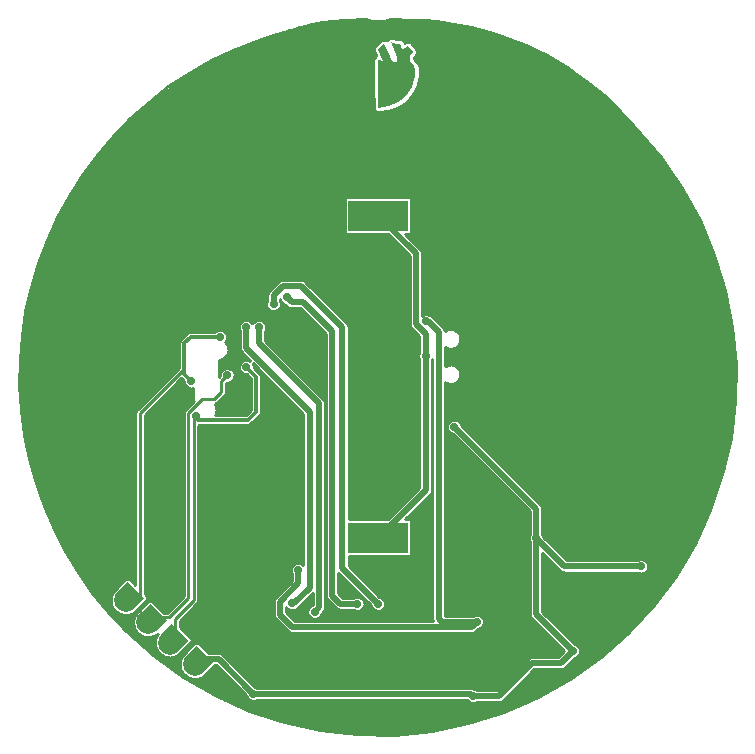
<source format=gbl>
G04 DipTrace 2.4.0.2*
%INpeace.gbl*%
%MOMM*%
%ADD14C,0.254*%
%ADD15C,0.508*%
%ADD16C,0.305*%
%ADD26C,0.711*%
%ADD37R,5.08X2.6*%
%ADD38R,5.08X8.0*%
%ADD44C,2.0*%
%ADD46C,0.711*%
%FSLAX53Y53*%
G04*
G71*
G90*
G75*
G01*
%LNBottom*%
%LPD*%
X34384Y24747D2*
D15*
Y23626D1*
X32842Y22083D1*
Y20960D1*
X33866Y19936D1*
X49067D1*
X49504Y20373D1*
X45246Y45795D2*
X45404D1*
X46277Y44923D1*
Y20636D1*
X46539Y20373D1*
X49504D1*
X25622Y16761D2*
X26064Y17203D1*
X27656D1*
X30597Y14262D1*
X49003D1*
X49164Y14101D1*
X51431D1*
X54179Y16849D1*
X56604D1*
X57660Y17906D1*
X54555Y27435D2*
Y21011D1*
X57660Y17906D1*
X63410Y25053D2*
X56937D1*
X54555Y27435D1*
Y29923D1*
X47612Y36866D1*
X18037Y24340D2*
Y25834D1*
X15521Y28351D1*
X33306Y45488D2*
Y44588D1*
Y43688D1*
X34206D1*
X35106D1*
Y44588D1*
Y45488D1*
X34206D1*
Y44588D1*
X28228Y42407D2*
Y42572D1*
X28671Y43016D1*
Y45248D1*
X29553Y46129D1*
X31765D1*
X33306Y44588D1*
X18479Y24782D2*
X18037Y24340D1*
X41159Y41123D2*
Y43605D1*
X35059Y49705D1*
X32697D1*
X29765Y46773D1*
Y46341D1*
X29553Y46129D1*
X47399Y39085D2*
Y39225D1*
X48520Y40346D1*
Y37964D1*
X53330Y33154D1*
X34113Y37048D2*
Y35567D1*
X27649Y29103D1*
X25752Y37766D2*
D16*
X25699D1*
X26008Y37457D1*
X30128D1*
X30805Y38135D1*
Y41130D1*
X30013Y41923D1*
X23962Y19042D2*
D14*
Y20622D1*
X25555Y22215D1*
Y37814D1*
X25850D1*
Y37457D1*
X26008D1*
X23520Y18601D2*
D15*
X23962Y19042D1*
X27757Y44495D2*
D16*
X25284D1*
X24742Y43953D1*
Y41326D1*
X25340Y40728D1*
X20217Y22619D2*
D14*
X21006D1*
Y38024D1*
X24679Y41696D1*
Y41429D1*
X24987Y41120D1*
X24948D1*
X25340Y40728D1*
X19775Y22177D2*
D15*
X20217Y22619D1*
X22122Y20750D2*
D14*
X23448D1*
X25084Y22386D1*
Y38021D1*
X26271Y39207D1*
X27281D1*
X27873Y39799D1*
Y40722D1*
X28388Y41236D1*
X21680Y20308D2*
D15*
X22122Y20750D1*
X32306Y47267D2*
Y48036D1*
X33077Y48807D1*
X34639D1*
X38142Y45305D1*
Y24898D1*
X41142Y21898D1*
X39391D2*
X37966D1*
X37280Y22584D1*
Y44945D1*
X34801Y47424D1*
X33827D1*
X33425Y47826D1*
X45177Y42863D2*
Y31501D1*
X41159Y27483D1*
X45177Y42863D2*
Y44739D1*
X44353Y45563D1*
Y51569D1*
X41159Y54763D1*
X29979Y45319D2*
Y43538D1*
X35356Y38160D1*
Y23240D1*
X34074Y21957D1*
X33856D1*
X31065Y45342D2*
Y43937D1*
X36148Y38854D1*
Y21583D1*
X35777Y21212D1*
D46*
X25752Y37766D3*
X25340Y40728D3*
X27757Y44495D3*
X30013Y41923D3*
X15521Y28351D3*
X49504Y20373D3*
X45177Y42863D3*
X45246Y45795D3*
X32306Y47267D3*
X33425Y47826D3*
X39391Y21898D3*
X41142D3*
X31065Y45342D3*
X29979Y45319D3*
X28388Y41236D3*
X28228Y42407D3*
X30597Y14262D3*
X49164Y14101D3*
X57660Y17906D3*
X54555Y27435D3*
X63410Y25053D3*
X47612Y36866D3*
X42827Y39798D3*
X47399Y39085D3*
X48520Y40346D3*
X53330Y33154D3*
X27649Y29103D3*
X34113Y37048D3*
X33856Y21957D3*
X35777Y21212D3*
X34384Y24747D3*
X36934Y71184D2*
D14*
X46333D1*
X35450Y70933D2*
X48008D1*
X34402Y70683D2*
X49182D1*
X33537Y70432D2*
X50159D1*
X32763Y70181D2*
X51004D1*
X31977Y69931D2*
X51762D1*
X31191Y69680D2*
X41928D1*
X43141D2*
X52437D1*
X30493Y69429D2*
X41158D1*
X43923D2*
X53064D1*
X29862Y69179D2*
X40939D1*
X44145D2*
X53659D1*
X29231Y68928D2*
X40769D1*
X44352D2*
X54195D1*
X28651Y68677D2*
X40777D1*
X44491D2*
X54715D1*
X28131Y68427D2*
X40876D1*
X44447D2*
X55203D1*
X27608Y68176D2*
X40860D1*
X44268D2*
X55663D1*
X27088Y67925D2*
X40745D1*
X44316D2*
X56108D1*
X26635Y67675D2*
X40745D1*
X44558D2*
X56529D1*
X26195Y67424D2*
X40745D1*
X44657D2*
X56933D1*
X25754Y67173D2*
X40745D1*
X44733D2*
X57322D1*
X25310Y66923D2*
X40745D1*
X44725D2*
X57695D1*
X24917Y66672D2*
X40745D1*
X44709D2*
X58057D1*
X24540Y66421D2*
X40745D1*
X44657D2*
X58402D1*
X24163Y66171D2*
X40745D1*
X44606D2*
X58743D1*
X23786Y65920D2*
X40745D1*
X44554D2*
X59057D1*
X23413Y65669D2*
X40745D1*
X44463D2*
X59374D1*
X23087Y65419D2*
X40745D1*
X44348D2*
X59676D1*
X22762Y65168D2*
X40745D1*
X44209D2*
X59969D1*
X22436Y64917D2*
X40745D1*
X44066D2*
X60259D1*
X22111Y64667D2*
X40745D1*
X43840D2*
X60533D1*
X21785Y64416D2*
X40745D1*
X43590D2*
X60803D1*
X21500Y64165D2*
X40745D1*
X43280D2*
X61065D1*
X21218Y63915D2*
X40745D1*
X42863D2*
X61315D1*
X20936Y63664D2*
X40820D1*
X42240D2*
X61565D1*
X20650Y63413D2*
X61803D1*
X20369Y63163D2*
X62037D1*
X20103Y62912D2*
X62267D1*
X19857Y62661D2*
X62486D1*
X19610Y62411D2*
X62700D1*
X19364Y62160D2*
X62914D1*
X19118Y61909D2*
X63133D1*
X18872Y61659D2*
X63351D1*
X18642Y61408D2*
X63565D1*
X18428Y61157D2*
X63783D1*
X18213Y60907D2*
X63998D1*
X17999Y60656D2*
X64216D1*
X17785Y60405D2*
X64434D1*
X17571Y60155D2*
X64649D1*
X17360Y59904D2*
X64867D1*
X17174Y59653D2*
X65077D1*
X16987Y59403D2*
X65252D1*
X16805Y59152D2*
X65427D1*
X16618Y58901D2*
X65601D1*
X16432Y58651D2*
X65776D1*
X16249Y58400D2*
X65950D1*
X16070Y58149D2*
X66125D1*
X15912Y57899D2*
X66300D1*
X15753Y57648D2*
X66474D1*
X15590Y57397D2*
X66649D1*
X15431Y57147D2*
X66824D1*
X15273Y56896D2*
X66970D1*
X15114Y56645D2*
X67109D1*
X14959Y56395D2*
X67248D1*
X14824Y56144D2*
X38332D1*
X43991D2*
X67387D1*
X14685Y55893D2*
X38332D1*
X43991D2*
X67526D1*
X14550Y55643D2*
X38332D1*
X43991D2*
X67661D1*
X14415Y55392D2*
X38332D1*
X43991D2*
X67800D1*
X14280Y55141D2*
X38332D1*
X43991D2*
X67939D1*
X14142Y54891D2*
X38332D1*
X43991D2*
X68078D1*
X14007Y54640D2*
X38332D1*
X43991D2*
X68217D1*
X13888Y54389D2*
X38332D1*
X43991D2*
X68355D1*
X13776Y54139D2*
X38332D1*
X43991D2*
X68467D1*
X13661Y53888D2*
X38332D1*
X43991D2*
X68574D1*
X13546Y53637D2*
X38332D1*
X43991D2*
X68681D1*
X13431Y53387D2*
X38332D1*
X43991D2*
X68784D1*
X13316Y53136D2*
X42027D1*
X43542D2*
X68891D1*
X13205Y52885D2*
X42281D1*
X43796D2*
X68998D1*
X13094Y52635D2*
X42531D1*
X44046D2*
X69106D1*
X12999Y52384D2*
X42781D1*
X44296D2*
X69209D1*
X12907Y52133D2*
X43031D1*
X44546D2*
X69316D1*
X12812Y51883D2*
X43281D1*
X44792D2*
X69423D1*
X12717Y51632D2*
X43531D1*
X44891D2*
X69530D1*
X12625Y51381D2*
X43785D1*
X44895D2*
X69629D1*
X12530Y51131D2*
X43809D1*
X44895D2*
X69705D1*
X12435Y50880D2*
X43809D1*
X44895D2*
X69780D1*
X12352Y50629D2*
X43809D1*
X44895D2*
X69860D1*
X12276Y50379D2*
X43809D1*
X44895D2*
X69935D1*
X12201Y50128D2*
X43809D1*
X44895D2*
X70010D1*
X12125Y49877D2*
X43809D1*
X44895D2*
X70090D1*
X12054Y49627D2*
X43809D1*
X44895D2*
X70165D1*
X11979Y49376D2*
X43809D1*
X44895D2*
X70241D1*
X11903Y49125D2*
X32637D1*
X35081D2*
X43809D1*
X44895D2*
X70320D1*
X11828Y48875D2*
X32387D1*
X35331D2*
X43809D1*
X44895D2*
X70395D1*
X11760Y48624D2*
X32137D1*
X35581D2*
X43809D1*
X44895D2*
X70471D1*
X11705Y48373D2*
X31887D1*
X35831D2*
X43809D1*
X44895D2*
X70542D1*
X11649Y48123D2*
X31772D1*
X36081D2*
X43809D1*
X44895D2*
X70590D1*
X11594Y47872D2*
X31764D1*
X36331D2*
X43809D1*
X44895D2*
X70641D1*
X11538Y47621D2*
X31764D1*
X36585D2*
X43809D1*
X44895D2*
X70689D1*
X11482Y47371D2*
X31668D1*
X36835D2*
X43809D1*
X44895D2*
X70737D1*
X11427Y47120D2*
X31680D1*
X32934D2*
X33371D1*
X37085D2*
X43809D1*
X44895D2*
X70788D1*
X11371Y46869D2*
X31803D1*
X32807D2*
X34597D1*
X37335D2*
X43809D1*
X44895D2*
X70836D1*
X11320Y46619D2*
X34847D1*
X37585D2*
X43809D1*
X44895D2*
X70884D1*
X11280Y46368D2*
X35097D1*
X37835D2*
X43809D1*
X45507D2*
X70931D1*
X11244Y46117D2*
X35351D1*
X38085D2*
X43809D1*
X45840D2*
X70983D1*
X11205Y45867D2*
X29664D1*
X30294D2*
X30712D1*
X31418D2*
X35601D1*
X38339D2*
X43809D1*
X46090D2*
X71030D1*
X11165Y45616D2*
X29410D1*
X31648D2*
X35851D1*
X38581D2*
X43809D1*
X46340D2*
X71078D1*
X11129Y45365D2*
X29335D1*
X31711D2*
X36101D1*
X38680D2*
X43848D1*
X46590D2*
X71130D1*
X11090Y45115D2*
X29366D1*
X31668D2*
X36351D1*
X38684D2*
X44043D1*
X46785D2*
X46988D1*
X47594D2*
X71153D1*
X11054Y44864D2*
X25068D1*
X28278D2*
X29434D1*
X31608D2*
X36601D1*
X38684D2*
X44293D1*
X47955D2*
X71177D1*
X11014Y44613D2*
X24787D1*
X28389D2*
X29434D1*
X31608D2*
X36736D1*
X38684D2*
X44543D1*
X48102D2*
X71197D1*
X10994Y44363D2*
X24536D1*
X28389D2*
X29434D1*
X31608D2*
X36736D1*
X38684D2*
X44634D1*
X48154D2*
X71221D1*
X10974Y44112D2*
X24334D1*
X28270D2*
X29434D1*
X31648D2*
X36736D1*
X38684D2*
X44634D1*
X48130D2*
X71245D1*
X10955Y43861D2*
X24302D1*
X28373D2*
X29434D1*
X31898D2*
X36736D1*
X38684D2*
X44634D1*
X48019D2*
X71265D1*
X10935Y43611D2*
X24302D1*
X28493D2*
X29434D1*
X32148D2*
X36736D1*
X38684D2*
X44634D1*
X47765D2*
X71288D1*
X10915Y43360D2*
X24302D1*
X28524D2*
X29466D1*
X32398D2*
X36736D1*
X38684D2*
X44634D1*
X46820D2*
X71308D1*
X10895Y43109D2*
X24302D1*
X28481D2*
X29648D1*
X32652D2*
X36736D1*
X38684D2*
X44583D1*
X46820D2*
X71332D1*
X10871Y42859D2*
X24302D1*
X28350D2*
X29902D1*
X32902D2*
X36736D1*
X38684D2*
X44531D1*
X46820D2*
X71356D1*
X10851Y42608D2*
X24302D1*
X28056D2*
X30152D1*
X33152D2*
X36736D1*
X38684D2*
X44587D1*
X46820D2*
X71376D1*
X10844Y42357D2*
X24302D1*
X27675D2*
X29545D1*
X33402D2*
X36736D1*
X38684D2*
X44634D1*
X46820D2*
X71399D1*
X10840Y42107D2*
X24302D1*
X27675D2*
X29398D1*
X33652D2*
X36736D1*
X38684D2*
X44634D1*
X46820D2*
X46963D1*
X47614D2*
X71411D1*
X10836Y41856D2*
X24263D1*
X27675D2*
X29370D1*
X30695D2*
X30902D1*
X33902D2*
X36736D1*
X38684D2*
X44634D1*
X47963D2*
X71407D1*
X10836Y41605D2*
X24009D1*
X27675D2*
X27866D1*
X28909D2*
X29458D1*
X30945D2*
X31152D1*
X34156D2*
X36736D1*
X38684D2*
X44634D1*
X48106D2*
X71403D1*
X10832Y41355D2*
X23759D1*
X29020D2*
X29740D1*
X31183D2*
X31402D1*
X34406D2*
X36736D1*
X38684D2*
X44634D1*
X48154D2*
X71399D1*
X10828Y41104D2*
X23509D1*
X29016D2*
X30220D1*
X31247D2*
X31656D1*
X34656D2*
X36736D1*
X38684D2*
X44634D1*
X48126D2*
X71396D1*
X10828Y40853D2*
X23259D1*
X24413D2*
X24602D1*
X28901D2*
X30363D1*
X31247D2*
X31906D1*
X34906D2*
X36736D1*
X38684D2*
X44634D1*
X48015D2*
X71392D1*
X10824Y40603D2*
X23009D1*
X24163D2*
X24707D1*
X28334D2*
X30363D1*
X31247D2*
X32156D1*
X35156D2*
X36736D1*
X38684D2*
X44634D1*
X47753D2*
X71388D1*
X10824Y40352D2*
X22758D1*
X23913D2*
X24822D1*
X28290D2*
X30363D1*
X31247D2*
X32407D1*
X35406D2*
X36736D1*
X38684D2*
X44634D1*
X46820D2*
X71384D1*
X10840Y40101D2*
X22504D1*
X23663D2*
X25477D1*
X28290D2*
X30363D1*
X31247D2*
X32657D1*
X35660D2*
X36736D1*
X38684D2*
X44634D1*
X46820D2*
X71380D1*
X10851Y39851D2*
X22254D1*
X23413D2*
X25477D1*
X28290D2*
X30363D1*
X31247D2*
X32907D1*
X35910D2*
X36736D1*
X38684D2*
X44634D1*
X46820D2*
X71376D1*
X10867Y39600D2*
X22004D1*
X23163D2*
X25477D1*
X28235D2*
X30363D1*
X31247D2*
X33161D1*
X36160D2*
X36736D1*
X38684D2*
X44634D1*
X46820D2*
X71372D1*
X10883Y39349D2*
X21754D1*
X22909D2*
X25477D1*
X28000D2*
X30363D1*
X31247D2*
X33411D1*
X36410D2*
X36736D1*
X38684D2*
X44634D1*
X46820D2*
X71368D1*
X10899Y39099D2*
X21504D1*
X22658D2*
X25477D1*
X27750D2*
X30363D1*
X31247D2*
X33661D1*
X38684D2*
X44634D1*
X46820D2*
X71364D1*
X10911Y38848D2*
X21254D1*
X22408D2*
X25334D1*
X27461D2*
X30363D1*
X31247D2*
X33911D1*
X38684D2*
X44634D1*
X46820D2*
X71340D1*
X10927Y38597D2*
X21000D1*
X22158D2*
X25084D1*
X27453D2*
X30363D1*
X31247D2*
X34161D1*
X38684D2*
X44634D1*
X46820D2*
X71312D1*
X10943Y38347D2*
X20750D1*
X21908D2*
X24830D1*
X27504D2*
X30363D1*
X31247D2*
X34411D1*
X38684D2*
X44634D1*
X46820D2*
X71280D1*
X10971Y38096D2*
X20596D1*
X21658D2*
X24675D1*
X27484D2*
X30152D1*
X31247D2*
X34665D1*
X38684D2*
X44634D1*
X46820D2*
X71253D1*
X11002Y37845D2*
X20592D1*
X21424D2*
X24667D1*
X31132D2*
X34812D1*
X38684D2*
X44634D1*
X46820D2*
X71221D1*
X11034Y37595D2*
X20592D1*
X21424D2*
X24667D1*
X30878D2*
X34812D1*
X38684D2*
X44634D1*
X46820D2*
X71189D1*
X11070Y37344D2*
X20592D1*
X21424D2*
X24667D1*
X30628D2*
X34812D1*
X38684D2*
X44634D1*
X46820D2*
X47194D1*
X48031D2*
X71161D1*
X11101Y37093D2*
X20592D1*
X21424D2*
X24667D1*
X30354D2*
X34812D1*
X38684D2*
X44634D1*
X46820D2*
X47012D1*
X48213D2*
X71130D1*
X11133Y36843D2*
X20592D1*
X21424D2*
X24667D1*
X25972D2*
X34812D1*
X38684D2*
X44634D1*
X46820D2*
X46968D1*
X48392D2*
X71102D1*
X11165Y36592D2*
X20592D1*
X21424D2*
X24667D1*
X25972D2*
X34812D1*
X38684D2*
X44634D1*
X46820D2*
X47031D1*
X48642D2*
X71070D1*
X11197Y36341D2*
X20592D1*
X21424D2*
X24667D1*
X25972D2*
X34812D1*
X38684D2*
X44634D1*
X46820D2*
X47258D1*
X48896D2*
X71038D1*
X11240Y36091D2*
X20592D1*
X21424D2*
X24667D1*
X25972D2*
X34812D1*
X38684D2*
X44634D1*
X46820D2*
X47631D1*
X49146D2*
X71011D1*
X11288Y35840D2*
X20592D1*
X21424D2*
X24667D1*
X25972D2*
X34812D1*
X38684D2*
X44634D1*
X46820D2*
X47881D1*
X49396D2*
X70971D1*
X11340Y35589D2*
X20592D1*
X21424D2*
X24667D1*
X25972D2*
X34812D1*
X38684D2*
X44634D1*
X46820D2*
X48131D1*
X49646D2*
X70915D1*
X11391Y35339D2*
X20592D1*
X21424D2*
X24667D1*
X25972D2*
X34812D1*
X38684D2*
X44634D1*
X46820D2*
X48381D1*
X49896D2*
X70860D1*
X11439Y35088D2*
X20592D1*
X21424D2*
X24667D1*
X25972D2*
X34812D1*
X38684D2*
X44634D1*
X46820D2*
X48631D1*
X50146D2*
X70800D1*
X11490Y34837D2*
X20592D1*
X21424D2*
X24667D1*
X25972D2*
X34812D1*
X38684D2*
X44634D1*
X46820D2*
X48885D1*
X50400D2*
X70745D1*
X11542Y34587D2*
X20592D1*
X21424D2*
X24667D1*
X25972D2*
X34812D1*
X38684D2*
X44634D1*
X46820D2*
X49135D1*
X50650D2*
X70685D1*
X11590Y34336D2*
X20592D1*
X21424D2*
X24667D1*
X25972D2*
X34812D1*
X38684D2*
X44634D1*
X46820D2*
X49385D1*
X50900D2*
X70630D1*
X11645Y34085D2*
X20592D1*
X21424D2*
X24667D1*
X25972D2*
X34812D1*
X38684D2*
X44634D1*
X46820D2*
X49635D1*
X51150D2*
X70574D1*
X11717Y33835D2*
X20592D1*
X21424D2*
X24667D1*
X25972D2*
X34812D1*
X38684D2*
X44634D1*
X46820D2*
X49885D1*
X51400D2*
X70514D1*
X11784Y33584D2*
X20592D1*
X21424D2*
X24667D1*
X25972D2*
X34812D1*
X38684D2*
X44634D1*
X46820D2*
X50135D1*
X51650D2*
X70459D1*
X11852Y33333D2*
X20592D1*
X21424D2*
X24667D1*
X25972D2*
X34812D1*
X38684D2*
X44634D1*
X46820D2*
X50385D1*
X51904D2*
X70403D1*
X11919Y33083D2*
X20592D1*
X21424D2*
X24667D1*
X25972D2*
X34812D1*
X38684D2*
X44634D1*
X46820D2*
X50639D1*
X52154D2*
X70344D1*
X11990Y32832D2*
X20592D1*
X21424D2*
X24667D1*
X25972D2*
X34812D1*
X38684D2*
X44634D1*
X46820D2*
X50889D1*
X52404D2*
X70288D1*
X12058Y32581D2*
X20592D1*
X21424D2*
X24667D1*
X25972D2*
X34812D1*
X38684D2*
X44634D1*
X46820D2*
X51139D1*
X52654D2*
X70201D1*
X12125Y32331D2*
X20592D1*
X21424D2*
X24667D1*
X25972D2*
X34812D1*
X38684D2*
X44634D1*
X46820D2*
X51389D1*
X52904D2*
X70118D1*
X12201Y32080D2*
X20592D1*
X21424D2*
X24667D1*
X25972D2*
X34812D1*
X38684D2*
X44634D1*
X46820D2*
X51639D1*
X53154D2*
X70030D1*
X12288Y31829D2*
X20592D1*
X21424D2*
X24667D1*
X25972D2*
X34812D1*
X38684D2*
X44634D1*
X46820D2*
X51889D1*
X53404D2*
X69947D1*
X12375Y31579D2*
X20592D1*
X21424D2*
X24667D1*
X25972D2*
X34812D1*
X38684D2*
X44499D1*
X46820D2*
X52143D1*
X53658D2*
X69860D1*
X12463Y31328D2*
X20592D1*
X21424D2*
X24667D1*
X25972D2*
X34812D1*
X38684D2*
X44245D1*
X46820D2*
X52393D1*
X53908D2*
X69776D1*
X12550Y31077D2*
X20592D1*
X21424D2*
X24667D1*
X25972D2*
X34812D1*
X38684D2*
X43995D1*
X45511D2*
X45734D1*
X46820D2*
X52643D1*
X54158D2*
X69689D1*
X12637Y30827D2*
X20592D1*
X21424D2*
X24667D1*
X25972D2*
X34812D1*
X38684D2*
X43745D1*
X45261D2*
X45734D1*
X46820D2*
X52893D1*
X54408D2*
X69606D1*
X12729Y30576D2*
X20592D1*
X21424D2*
X24667D1*
X25972D2*
X34812D1*
X38684D2*
X43495D1*
X45010D2*
X45734D1*
X46820D2*
X53143D1*
X54659D2*
X69518D1*
X12816Y30325D2*
X20592D1*
X21424D2*
X24667D1*
X25972D2*
X34812D1*
X38684D2*
X43245D1*
X44760D2*
X45734D1*
X46820D2*
X53393D1*
X54909D2*
X69435D1*
X12907Y30075D2*
X20592D1*
X21424D2*
X24667D1*
X25972D2*
X34812D1*
X38684D2*
X42995D1*
X44510D2*
X45734D1*
X46820D2*
X53647D1*
X55075D2*
X69348D1*
X13014Y29824D2*
X20592D1*
X21424D2*
X24667D1*
X25972D2*
X34812D1*
X38684D2*
X42741D1*
X44256D2*
X45734D1*
X46820D2*
X53897D1*
X55099D2*
X69260D1*
X13126Y29573D2*
X20592D1*
X21424D2*
X24667D1*
X25972D2*
X34812D1*
X38684D2*
X42491D1*
X44006D2*
X45734D1*
X46820D2*
X54012D1*
X55099D2*
X69145D1*
X13233Y29323D2*
X20592D1*
X21424D2*
X24667D1*
X25972D2*
X34812D1*
X38684D2*
X42241D1*
X43756D2*
X45734D1*
X46820D2*
X54012D1*
X55099D2*
X69030D1*
X13340Y29072D2*
X20592D1*
X21424D2*
X24667D1*
X25972D2*
X34812D1*
X38684D2*
X41991D1*
X43506D2*
X45734D1*
X46820D2*
X54012D1*
X55099D2*
X68915D1*
X13447Y28821D2*
X20592D1*
X21424D2*
X24667D1*
X25972D2*
X34812D1*
X43991D2*
X45734D1*
X46820D2*
X54012D1*
X55099D2*
X68800D1*
X13554Y28571D2*
X20592D1*
X21424D2*
X24667D1*
X25972D2*
X34812D1*
X43991D2*
X45734D1*
X46820D2*
X54012D1*
X55099D2*
X68681D1*
X13665Y28320D2*
X20592D1*
X21424D2*
X24667D1*
X25972D2*
X34812D1*
X43991D2*
X45734D1*
X46820D2*
X54012D1*
X55099D2*
X68566D1*
X13784Y28069D2*
X20592D1*
X21424D2*
X24667D1*
X25972D2*
X34812D1*
X43991D2*
X45734D1*
X46820D2*
X54012D1*
X55099D2*
X68451D1*
X13911Y27819D2*
X20592D1*
X21424D2*
X24667D1*
X25972D2*
X34812D1*
X43991D2*
X45734D1*
X46820D2*
X54012D1*
X55099D2*
X68336D1*
X14042Y27568D2*
X20592D1*
X21424D2*
X24667D1*
X25972D2*
X34812D1*
X43991D2*
X45734D1*
X46820D2*
X53925D1*
X55186D2*
X68221D1*
X14173Y27317D2*
X20592D1*
X21424D2*
X24667D1*
X25972D2*
X34812D1*
X43991D2*
X45734D1*
X46820D2*
X53921D1*
X55432D2*
X68105D1*
X14300Y27067D2*
X20592D1*
X21424D2*
X24667D1*
X25972D2*
X34812D1*
X43991D2*
X45734D1*
X46820D2*
X54012D1*
X55682D2*
X67990D1*
X14431Y26816D2*
X20592D1*
X21424D2*
X24667D1*
X25972D2*
X34812D1*
X43991D2*
X45734D1*
X46820D2*
X54012D1*
X55932D2*
X67851D1*
X14558Y26565D2*
X20592D1*
X21424D2*
X24667D1*
X25972D2*
X34812D1*
X43991D2*
X45734D1*
X46820D2*
X54012D1*
X56183D2*
X67701D1*
X14693Y26315D2*
X20592D1*
X21424D2*
X24667D1*
X25972D2*
X34812D1*
X43991D2*
X45734D1*
X46820D2*
X54012D1*
X56433D2*
X67554D1*
X14844Y26064D2*
X20592D1*
X21424D2*
X24667D1*
X25972D2*
X34812D1*
X43991D2*
X45734D1*
X46820D2*
X54012D1*
X56683D2*
X67403D1*
X14995Y25813D2*
X20592D1*
X21424D2*
X24667D1*
X25972D2*
X34812D1*
X38684D2*
X45734D1*
X46820D2*
X54012D1*
X55099D2*
X55421D1*
X56937D2*
X67256D1*
X15150Y25563D2*
X20592D1*
X21424D2*
X24667D1*
X25972D2*
X34812D1*
X38684D2*
X45734D1*
X46820D2*
X54012D1*
X55099D2*
X55671D1*
X63787D2*
X67105D1*
X15300Y25312D2*
X20592D1*
X21424D2*
X24667D1*
X25972D2*
X34105D1*
X34664D2*
X34812D1*
X38684D2*
X45734D1*
X46820D2*
X54012D1*
X55099D2*
X55921D1*
X63997D2*
X66958D1*
X15451Y25061D2*
X20592D1*
X21424D2*
X24667D1*
X25972D2*
X33823D1*
X38736D2*
X45734D1*
X46820D2*
X54012D1*
X55099D2*
X56171D1*
X64057D2*
X66808D1*
X15606Y24811D2*
X20592D1*
X21424D2*
X24667D1*
X25972D2*
X33744D1*
X38986D2*
X45734D1*
X46820D2*
X54012D1*
X55099D2*
X56421D1*
X64005D2*
X66661D1*
X15757Y24560D2*
X20592D1*
X21424D2*
X24667D1*
X25972D2*
X33768D1*
X39236D2*
X45734D1*
X46820D2*
X54012D1*
X55099D2*
X56755D1*
X63810D2*
X66510D1*
X15935Y24309D2*
X20592D1*
X21424D2*
X24667D1*
X25972D2*
X33839D1*
X37823D2*
X37975D1*
X39490D2*
X45734D1*
X46820D2*
X54012D1*
X55099D2*
X66363D1*
X16110Y24059D2*
X20592D1*
X21424D2*
X24667D1*
X25972D2*
X33839D1*
X37823D2*
X38225D1*
X39740D2*
X45734D1*
X46820D2*
X54012D1*
X55099D2*
X66181D1*
X16289Y23808D2*
X19595D1*
X20309D2*
X20592D1*
X21424D2*
X24667D1*
X25972D2*
X33807D1*
X37823D2*
X38475D1*
X39990D2*
X45734D1*
X46820D2*
X54012D1*
X55099D2*
X65994D1*
X16463Y23557D2*
X19341D1*
X21424D2*
X24667D1*
X25972D2*
X33557D1*
X37823D2*
X38725D1*
X40240D2*
X45734D1*
X46820D2*
X54012D1*
X55099D2*
X65808D1*
X16642Y23307D2*
X19091D1*
X21424D2*
X24667D1*
X25972D2*
X33307D1*
X37823D2*
X38975D1*
X40490D2*
X45734D1*
X46820D2*
X54012D1*
X55099D2*
X65621D1*
X16820Y23056D2*
X18841D1*
X21424D2*
X24667D1*
X25972D2*
X33057D1*
X37823D2*
X39225D1*
X40740D2*
X45734D1*
X46820D2*
X54012D1*
X55099D2*
X65434D1*
X16999Y22805D2*
X18655D1*
X21424D2*
X24667D1*
X25972D2*
X32807D1*
X37823D2*
X39479D1*
X40994D2*
X45734D1*
X46820D2*
X54012D1*
X55099D2*
X65248D1*
X17205Y22555D2*
X18544D1*
X21563D2*
X24667D1*
X25972D2*
X32553D1*
X35430D2*
X35605D1*
X38065D2*
X39729D1*
X41244D2*
X45734D1*
X46820D2*
X54012D1*
X55099D2*
X65061D1*
X17408Y22304D2*
X18492D1*
X21650D2*
X24425D1*
X25972D2*
X32347D1*
X35180D2*
X35605D1*
X36692D2*
X36820D1*
X41637D2*
X45734D1*
X46820D2*
X54012D1*
X55099D2*
X64875D1*
X17614Y22053D2*
X18492D1*
X21464D2*
X21612D1*
X22103D2*
X24171D1*
X25937D2*
X32299D1*
X34930D2*
X35605D1*
X36692D2*
X37054D1*
X40014D2*
X40229D1*
X41768D2*
X45734D1*
X46820D2*
X54012D1*
X55099D2*
X64688D1*
X17821Y21803D2*
X18544D1*
X21214D2*
X21361D1*
X22353D2*
X23921D1*
X25722D2*
X32299D1*
X34676D2*
X35566D1*
X36692D2*
X37304D1*
X40030D2*
X40479D1*
X41780D2*
X45734D1*
X46820D2*
X54012D1*
X55099D2*
X64502D1*
X18023Y21552D2*
X18651D1*
X20964D2*
X21111D1*
X22603D2*
X23671D1*
X25472D2*
X32299D1*
X34422D2*
X35232D1*
X36692D2*
X37554D1*
X39930D2*
X40602D1*
X41681D2*
X45734D1*
X46820D2*
X54012D1*
X55099D2*
X64280D1*
X18229Y21301D2*
X18837D1*
X20714D2*
X20861D1*
X22853D2*
X23421D1*
X25218D2*
X32299D1*
X33386D2*
X35137D1*
X36609D2*
X39197D1*
X39585D2*
X40951D1*
X41335D2*
X45734D1*
X46820D2*
X54012D1*
X55099D2*
X64045D1*
X18452Y21051D2*
X19175D1*
X20376D2*
X20631D1*
X24968D2*
X32299D1*
X33509D2*
X35153D1*
X36398D2*
X45734D1*
X46820D2*
X54012D1*
X55274D2*
X63815D1*
X18690Y20800D2*
X20492D1*
X24718D2*
X32323D1*
X33759D2*
X35288D1*
X36263D2*
X45734D1*
X49979D2*
X54056D1*
X55524D2*
X63585D1*
X18924Y20549D2*
X20413D1*
X24468D2*
X32494D1*
X34009D2*
X45742D1*
X50122D2*
X54258D1*
X55774D2*
X63355D1*
X19158Y20299D2*
X20389D1*
X24377D2*
X32744D1*
X50146D2*
X54508D1*
X56024D2*
X63125D1*
X19396Y20048D2*
X20417D1*
X24377D2*
X32998D1*
X50059D2*
X54759D1*
X56274D2*
X62894D1*
X19630Y19797D2*
X20500D1*
X24488D2*
X33248D1*
X49757D2*
X55013D1*
X56528D2*
X62664D1*
X19888Y19547D2*
X20647D1*
X24742D2*
X33498D1*
X49436D2*
X55263D1*
X56778D2*
X62430D1*
X20166Y19296D2*
X20897D1*
X24992D2*
X55513D1*
X57028D2*
X62172D1*
X20444Y19045D2*
X21596D1*
X21769D2*
X22310D1*
X25242D2*
X55763D1*
X57278D2*
X61886D1*
X20722Y18795D2*
X22247D1*
X25401D2*
X56013D1*
X57528D2*
X61605D1*
X21000Y18544D2*
X22231D1*
X25278D2*
X25592D1*
X26004D2*
X56263D1*
X57778D2*
X61319D1*
X21277Y18293D2*
X22270D1*
X25024D2*
X25342D1*
X26254D2*
X56517D1*
X58167D2*
X61033D1*
X21555Y18043D2*
X22362D1*
X24774D2*
X25092D1*
X26508D2*
X56767D1*
X58290D2*
X60751D1*
X21833Y17792D2*
X22524D1*
X24524D2*
X24838D1*
X26758D2*
X56791D1*
X58294D2*
X60466D1*
X22119Y17541D2*
X22806D1*
X24234D2*
X24604D1*
X28076D2*
X56537D1*
X58187D2*
X60180D1*
X22464Y17291D2*
X24449D1*
X28326D2*
X53885D1*
X57802D2*
X59882D1*
X22805Y17040D2*
X24362D1*
X28576D2*
X53612D1*
X57552D2*
X59529D1*
X23151Y16789D2*
X24334D1*
X28826D2*
X53362D1*
X57302D2*
X59176D1*
X23492Y16539D2*
X24354D1*
X27211D2*
X27565D1*
X29080D2*
X53111D1*
X57052D2*
X58826D1*
X23837Y16288D2*
X24425D1*
X26961D2*
X27815D1*
X29330D2*
X52861D1*
X54377D2*
X58473D1*
X24182Y16037D2*
X24560D1*
X26711D2*
X28065D1*
X29580D2*
X52611D1*
X54127D2*
X58120D1*
X24524Y15787D2*
X24790D1*
X26453D2*
X28315D1*
X29830D2*
X52357D1*
X53873D2*
X57767D1*
X24929Y15536D2*
X25287D1*
X25957D2*
X28565D1*
X30080D2*
X52107D1*
X53623D2*
X57418D1*
X25361Y15285D2*
X28815D1*
X30330D2*
X51857D1*
X53373D2*
X56977D1*
X25794Y15035D2*
X29069D1*
X30584D2*
X51607D1*
X53123D2*
X56533D1*
X26226Y14784D2*
X29319D1*
X30957D2*
X51357D1*
X52873D2*
X56092D1*
X26655Y14533D2*
X29569D1*
X52623D2*
X55648D1*
X27088Y14283D2*
X29819D1*
X52373D2*
X55203D1*
X27568Y14032D2*
X29997D1*
X52119D2*
X54762D1*
X28127Y13781D2*
X30180D1*
X51868D2*
X54215D1*
X28687Y13531D2*
X48897D1*
X49432D2*
X53639D1*
X29243Y13280D2*
X53064D1*
X29802Y13029D2*
X52488D1*
X30409Y12779D2*
X51913D1*
X31171Y12528D2*
X51175D1*
X31933Y12277D2*
X50385D1*
X32695Y12027D2*
X49591D1*
X33577Y11776D2*
X48801D1*
X34727Y11525D2*
X47599D1*
X35882Y11275D2*
X46377D1*
X37752Y11024D2*
X44599D1*
X27473Y38171D2*
X27445Y38047D1*
X27400Y37929D1*
X27367Y37870D1*
X27786Y37874D1*
X29957D1*
X30392Y38310D1*
X30389Y39659D1*
Y40957D1*
X30042Y41305D1*
X29971Y41304D1*
X29846Y41326D1*
X29728Y41372D1*
X29622Y41442D1*
X29532Y41532D1*
X29463Y41638D1*
X29416Y41756D1*
X29395Y41881D1*
X29399Y42007D1*
X29429Y42131D1*
X29484Y42245D1*
X29560Y42346D1*
X29656Y42429D1*
X29767Y42491D1*
X29888Y42530D1*
X30014Y42542D1*
X30140Y42529D1*
X30261Y42491D1*
X30333Y42450D1*
X29612Y43172D1*
X29534Y43272D1*
X29483Y43387D1*
X29460Y43538D1*
Y44979D1*
X29428Y45034D1*
X29382Y45152D1*
X29360Y45277D1*
X29365Y45404D1*
X29395Y45527D1*
X29449Y45641D1*
X29526Y45742D1*
X29621Y45825D1*
X29732Y45887D1*
X29853Y45926D1*
X29979Y45939D1*
X30105Y45926D1*
X30226Y45887D1*
X30336Y45825D1*
X30432Y45742D1*
X30513Y45630D1*
X30612Y45765D1*
X30708Y45848D1*
X30818Y45910D1*
X30939Y45949D1*
X31065Y45961D1*
X31192Y45948D1*
X31312Y45910D1*
X31423Y45848D1*
X31518Y45764D1*
X31595Y45663D1*
X31649Y45549D1*
X31679Y45426D1*
X31685Y45342D1*
X31672Y45216D1*
X31633Y45095D1*
X31581Y45002D1*
X31583Y44155D1*
X32509Y43226D1*
X36515Y39220D1*
X36593Y39120D1*
X36644Y39005D1*
X36666Y38854D1*
Y21583D1*
X36651Y21458D1*
X36605Y21339D1*
X36515Y21217D1*
X36384Y21086D1*
X36345Y20965D1*
X36283Y20854D1*
X36200Y20759D1*
X36099Y20682D1*
X35984Y20628D1*
X35861Y20598D1*
X35734Y20594D1*
X35609Y20615D1*
X35491Y20662D1*
X35385Y20731D1*
X35296Y20821D1*
X35226Y20927D1*
X35180Y21045D1*
X35158Y21170D1*
X35163Y21297D1*
X35193Y21420D1*
X35247Y21534D1*
X35324Y21635D1*
X35420Y21719D1*
X35530Y21781D1*
X35632Y21813D1*
X35630Y22778D1*
X34440Y21591D1*
X34297Y21489D1*
X34064Y21373D1*
X33941Y21343D1*
X33814Y21339D1*
X33689Y21360D1*
X33571Y21407D1*
X33465Y21476D1*
X33360Y21589D1*
Y21175D1*
X34081Y20454D1*
X45792D1*
X45760Y20614D1*
X45759Y42651D1*
X45693Y42523D1*
X45696Y40577D1*
Y31501D1*
X45680Y31375D1*
X45634Y31257D1*
X45544Y31135D1*
X43459Y29049D1*
X43963Y29047D1*
Y25919D1*
X38657D1*
X38660Y25116D1*
X40484Y23289D1*
X41269Y22504D1*
X41390Y22466D1*
X41500Y22404D1*
X41596Y22320D1*
X41672Y22219D1*
X41727Y22105D1*
X41757Y21981D1*
X41762Y21898D1*
X41749Y21772D1*
X41711Y21651D1*
X41649Y21540D1*
X41565Y21445D1*
X41464Y21368D1*
X41350Y21314D1*
X41227Y21284D1*
X41100Y21279D1*
X40975Y21301D1*
X40857Y21347D1*
X40751Y21417D1*
X40662Y21507D1*
X40592Y21613D1*
X40540Y21766D1*
X37797Y24510D1*
X37798Y22795D1*
X38182Y22414D1*
X39049Y22416D1*
X39144Y22466D1*
X39265Y22505D1*
X39391Y22517D1*
X39517Y22504D1*
X39638Y22466D1*
X39749Y22404D1*
X39844Y22320D1*
X39921Y22219D1*
X39975Y22105D1*
X40005Y21981D1*
X40011Y21898D1*
X39998Y21772D1*
X39959Y21651D1*
X39897Y21540D1*
X39814Y21445D1*
X39713Y21368D1*
X39598Y21314D1*
X39475Y21284D1*
X39348Y21279D1*
X39223Y21301D1*
X39105Y21347D1*
X39056Y21380D1*
X37966Y21379D1*
X37840Y21395D1*
X37722Y21441D1*
X37599Y21531D1*
X36913Y22217D1*
X36835Y22317D1*
X36784Y22433D1*
X36762Y22584D1*
Y44733D1*
X35207Y46285D1*
X34587Y46905D1*
X33827D1*
X33701Y46921D1*
X33583Y46966D1*
X33461Y47057D1*
X33301Y47217D1*
X33139Y47276D1*
X33033Y47345D1*
X32944Y47435D1*
X32874Y47541D1*
X32823Y47686D1*
X32824Y47603D1*
X32890Y47474D1*
X32920Y47350D1*
X32926Y47267D1*
X32913Y47140D1*
X32874Y47020D1*
X32812Y46909D1*
X32729Y46814D1*
X32628Y46737D1*
X32513Y46683D1*
X32390Y46653D1*
X32263Y46648D1*
X32138Y46670D1*
X32021Y46716D1*
X31915Y46786D1*
X31825Y46876D1*
X31755Y46982D1*
X31709Y47100D1*
X31687Y47225D1*
X31692Y47351D1*
X31722Y47474D1*
X31788Y47605D1*
Y48036D1*
X31803Y48162D1*
X31849Y48280D1*
X31939Y48402D1*
X32710Y49174D1*
X32810Y49251D1*
X32926Y49303D1*
X33077Y49325D1*
X34639D1*
X34765Y49310D1*
X34883Y49264D1*
X35006Y49174D1*
X38508Y45671D1*
X38586Y45571D1*
X38638Y45455D1*
X38660Y45305D1*
Y29045D1*
X40641Y29047D1*
X41995D1*
X43038Y30094D1*
X44657Y31714D1*
X44659Y34422D1*
Y42522D1*
X44580Y42696D1*
X44559Y42821D1*
X44563Y42948D1*
X44593Y43071D1*
X44660Y43201D1*
X44659Y44526D1*
X43987Y45196D1*
X43909Y45296D1*
X43857Y45412D1*
X43835Y45563D1*
Y51353D1*
X41991Y53198D1*
X38355Y53199D1*
Y56327D1*
X43963D1*
Y53199D1*
X43459D1*
X44719Y51936D1*
X44797Y51836D1*
X44849Y51720D1*
X44871Y51569D1*
Y46287D1*
X45000Y46364D1*
X45121Y46402D1*
X45247Y46415D1*
X45373Y46402D1*
X45494Y46363D1*
X45604Y46301D1*
X45770Y46162D1*
X46643Y45289D1*
X46721Y45189D1*
X46785Y45026D1*
X46790Y44998D1*
X46898Y45065D1*
X47014Y45116D1*
X47137Y45148D1*
X47263Y45162D1*
X47390Y45156D1*
X47514Y45132D1*
X47633Y45089D1*
X47745Y45028D1*
X47846Y44952D1*
X47935Y44861D1*
X48009Y44758D1*
X48066Y44645D1*
X48106Y44524D1*
X48131Y44321D1*
X48121Y44195D1*
X48093Y44071D1*
X48046Y43953D1*
X47982Y43843D1*
X47902Y43745D1*
X47809Y43659D1*
X47703Y43589D1*
X47588Y43535D1*
X47467Y43499D1*
X47341Y43481D1*
X47214Y43483D1*
X47089Y43504D1*
X46968Y43544D1*
X46855Y43601D1*
X46794Y43645D1*
X46795Y41998D1*
X46898Y42065D1*
X47014Y42116D1*
X47137Y42148D1*
X47263Y42162D1*
X47390Y42156D1*
X47514Y42132D1*
X47633Y42089D1*
X47745Y42028D1*
X47846Y41952D1*
X47935Y41861D1*
X48009Y41758D1*
X48066Y41645D1*
X48106Y41524D1*
X48131Y41321D1*
X48121Y41195D1*
X48093Y41071D1*
X48046Y40953D1*
X47982Y40843D1*
X47902Y40745D1*
X47809Y40659D1*
X47703Y40589D1*
X47588Y40535D1*
X47467Y40499D1*
X47341Y40481D1*
X47214Y40483D1*
X47089Y40504D1*
X46968Y40544D1*
X46855Y40601D1*
X46794Y40645D1*
X46795Y24730D1*
Y20892D1*
X49163D1*
X49258Y20942D1*
X49379Y20980D1*
X49505Y20993D1*
X49631Y20980D1*
X49752Y20942D1*
X49862Y20879D1*
X49958Y20796D1*
X50034Y20695D1*
X50089Y20580D1*
X50118Y20457D1*
X50124Y20373D1*
X50111Y20247D1*
X50073Y20126D1*
X50011Y20016D1*
X49927Y19920D1*
X49826Y19844D1*
X49712Y19789D1*
X49631Y19770D1*
X49433Y19570D1*
X49333Y19492D1*
X49218Y19440D1*
X49067Y19418D1*
X33866D1*
X33740Y19433D1*
X33622Y19479D1*
X33500Y19570D1*
X32475Y20594D1*
X32397Y20694D1*
X32346Y20810D1*
X32324Y20960D1*
Y22083D1*
X32339Y22209D1*
X32385Y22327D1*
X32475Y22450D1*
X33865Y23839D1*
X33866Y24407D1*
X33833Y24462D1*
X33787Y24580D1*
X33766Y24705D1*
X33770Y24831D1*
X33800Y24955D1*
X33854Y25069D1*
X33931Y25170D1*
X34027Y25253D1*
X34137Y25315D1*
X34258Y25354D1*
X34384Y25366D1*
X34510Y25353D1*
X34631Y25315D1*
X34742Y25253D1*
X34840Y25166D1*
X34838Y37944D1*
X30548Y42236D1*
X30597Y42130D1*
X30627Y42006D1*
X30630Y41895D1*
X31100Y41425D1*
X31175Y41323D1*
X31220Y41169D1*
X31222Y38135D1*
X31203Y38010D1*
X31126Y37869D1*
X30422Y37163D1*
X30320Y37088D1*
X30166Y37042D1*
X26572Y37041D1*
X25970Y37043D1*
X25947Y36925D1*
Y22215D1*
X25926Y22090D1*
X25864Y21976D1*
X25742Y21849D1*
X24353Y20459D1*
Y19911D1*
X25298Y18964D1*
X25363Y18857D1*
X25371Y18731D1*
X25317Y18614D1*
X24580Y17872D1*
X24398Y17690D1*
X24302Y17607D1*
X24198Y17534D1*
X24088Y17471D1*
X23972Y17420D1*
X23851Y17380D1*
X23727Y17353D1*
X23601Y17339D1*
X23474Y17337D1*
X23347Y17348D1*
X23223Y17372D1*
X23101Y17408D1*
X22984Y17456D1*
X22871Y17516D1*
X22766Y17586D1*
X22668Y17667D1*
X22579Y17757D1*
X22499Y17856D1*
X22429Y17962D1*
X22371Y18075D1*
X22324Y18193D1*
X22289Y18315D1*
X22266Y18440D1*
X22256Y18566D1*
X22259Y18693D1*
X22275Y18819D1*
X22303Y18943D1*
X22344Y19063D1*
X22396Y19179D1*
X22504Y19350D1*
X22358Y19241D1*
X22248Y19178D1*
X22132Y19127D1*
X22011Y19088D1*
X21887Y19061D1*
X21761Y19046D1*
X21634Y19044D1*
X21508Y19055D1*
X21383Y19079D1*
X21261Y19115D1*
X21144Y19163D1*
X21032Y19223D1*
X20926Y19293D1*
X20828Y19374D1*
X20739Y19464D1*
X20659Y19563D1*
X20589Y19669D1*
X20531Y19782D1*
X20484Y19900D1*
X20449Y20022D1*
X20426Y20147D1*
X20417Y20273D1*
X20420Y20400D1*
X20435Y20526D1*
X20463Y20650D1*
X20504Y20770D1*
X20556Y20886D1*
X20620Y20996D1*
X20694Y21099D1*
X20876Y21291D1*
X21670Y22086D1*
X21778Y22151D1*
X21903Y22159D1*
X22021Y22105D1*
X22762Y21367D1*
X22990Y21140D1*
X23285Y21141D1*
X24695Y22550D1*
X24693Y28736D1*
Y38021D1*
X24714Y38146D1*
X24776Y38260D1*
X24898Y38387D1*
X25557Y39047D1*
X25502D1*
Y40130D1*
X25424Y40114D1*
X25297Y40110D1*
X25172Y40132D1*
X25054Y40178D1*
X24948Y40248D1*
X24859Y40337D1*
X24789Y40443D1*
X24743Y40561D1*
X24721Y40686D1*
X24724Y40754D1*
X24506Y40970D1*
X21400Y37864D1*
X21398Y34849D1*
Y22692D1*
X21553Y22540D1*
X21618Y22433D1*
X21626Y22307D1*
X21572Y22190D1*
X20834Y21448D1*
X20652Y21266D1*
X20557Y21183D1*
X20453Y21110D1*
X20343Y21047D1*
X20227Y20996D1*
X20106Y20956D1*
X19982Y20929D1*
X19856Y20915D1*
X19729Y20913D1*
X19602Y20924D1*
X19478Y20948D1*
X19356Y20984D1*
X19238Y21032D1*
X19126Y21092D1*
X19021Y21162D1*
X18923Y21243D1*
X18833Y21333D1*
X18754Y21432D1*
X18684Y21538D1*
X18626Y21651D1*
X18579Y21769D1*
X18544Y21891D1*
X18521Y22016D1*
X18511Y22142D1*
X18514Y22269D1*
X18530Y22395D1*
X18558Y22519D1*
X18599Y22639D1*
X18651Y22755D1*
X18715Y22865D1*
X18789Y22967D1*
X18971Y23160D1*
X19765Y23954D1*
X19873Y24020D1*
X19998Y24028D1*
X20116Y23974D1*
X20613Y23480D1*
X20615Y24905D1*
Y38024D1*
X20636Y38148D1*
X20698Y38263D1*
X20820Y38390D1*
X24324Y41895D1*
X24326Y43953D1*
X24345Y44078D1*
X24422Y44219D1*
X24989Y44789D1*
X25091Y44864D1*
X25245Y44910D1*
X27296Y44911D1*
X27400Y45001D1*
X27511Y45063D1*
X27632Y45102D1*
X27758Y45115D1*
X27884Y45101D1*
X28005Y45063D1*
X28115Y45001D1*
X28211Y44917D1*
X28287Y44816D1*
X28341Y44702D1*
X28371Y44579D1*
X28377Y44495D1*
X28364Y44369D1*
X28326Y44248D1*
X28264Y44137D1*
X28183Y44045D1*
X28288Y43943D1*
X28364Y43841D1*
X28423Y43729D1*
X28466Y43610D1*
X28491Y43485D1*
X28498Y43377D1*
X28489Y43251D1*
X28461Y43127D1*
X28416Y43009D1*
X28353Y42898D1*
X28276Y42798D1*
X28184Y42710D1*
X28081Y42637D1*
X27967Y42579D1*
X27847Y42538D1*
X27722Y42516D1*
X27647Y42514D1*
X27649Y41050D1*
X27774Y41175D1*
Y41321D1*
X27804Y41444D1*
X27858Y41558D1*
X27935Y41659D1*
X28031Y41743D1*
X28141Y41805D1*
X28262Y41843D1*
X28388Y41856D1*
X28514Y41843D1*
X28635Y41804D1*
X28746Y41742D1*
X28841Y41659D1*
X28918Y41558D1*
X28972Y41443D1*
X29002Y41320D1*
X29008Y41236D1*
X28995Y41110D1*
X28956Y40989D1*
X28894Y40879D1*
X28811Y40783D1*
X28710Y40707D1*
X28595Y40652D1*
X28472Y40622D1*
X28326Y40621D1*
X28263Y40558D1*
X28264Y39799D1*
X28244Y39675D1*
X28182Y39560D1*
X28060Y39433D1*
X27558Y38931D1*
X27455Y38857D1*
X27330Y38820D1*
X27364Y38825D1*
X27348Y38761D1*
X27407Y38649D1*
X27450Y38530D1*
X27475Y38405D1*
X27482Y38297D1*
X27473Y38171D1*
X26075Y18449D2*
X26802Y17722D1*
X27656Y17721D1*
X27782Y17706D1*
X27900Y17660D1*
X28023Y17570D1*
X30724Y14869D1*
X30844Y14831D1*
X30931Y14782D1*
X39233Y14781D1*
X49003D1*
X49129Y14765D1*
X49291Y14708D1*
X49411Y14669D1*
X49498Y14621D1*
X51216Y14619D1*
X53813Y17215D1*
X53912Y17293D1*
X54028Y17344D1*
X54179Y17367D1*
X56390D1*
X56930Y17908D1*
X56306Y18527D1*
X54189Y20644D1*
X54111Y20744D1*
X54060Y20860D1*
X54037Y21011D1*
Y27095D1*
X54005Y27150D1*
X53959Y27268D1*
X53937Y27393D1*
X53942Y27520D1*
X53972Y27643D1*
X54038Y27773D1*
X54037Y29709D1*
X47485Y36260D1*
X47327Y36316D1*
X47221Y36385D1*
X47131Y36475D1*
X47062Y36581D1*
X47015Y36699D1*
X46994Y36824D1*
X46998Y36950D1*
X47028Y37074D1*
X47083Y37188D1*
X47160Y37289D1*
X47255Y37372D1*
X47366Y37434D1*
X47487Y37473D1*
X47613Y37486D1*
X47739Y37472D1*
X47860Y37434D1*
X47970Y37372D1*
X48066Y37288D1*
X48142Y37187D1*
X48196Y37073D1*
X48216Y36992D1*
X50044Y35167D1*
X54922Y30289D1*
X55000Y30189D1*
X55051Y30073D1*
X55074Y29923D1*
Y27775D1*
X55140Y27642D1*
X55159Y27561D1*
X56987Y25736D1*
X57153Y25571D1*
X63069D1*
X63164Y25622D1*
X63285Y25660D1*
X63411Y25673D1*
X63537Y25660D1*
X63658Y25622D1*
X63768Y25559D1*
X63864Y25476D1*
X63940Y25375D1*
X63994Y25260D1*
X64024Y25137D1*
X64030Y25053D1*
X64017Y24927D1*
X63979Y24806D1*
X63917Y24696D1*
X63833Y24600D1*
X63732Y24524D1*
X63618Y24469D1*
X63495Y24439D1*
X63368Y24435D1*
X63243Y24457D1*
X63125Y24503D1*
X63075Y24536D1*
X56937Y24535D1*
X56812Y24551D1*
X56694Y24596D1*
X56571Y24687D1*
X55075Y26183D1*
X55074Y22355D1*
Y21224D1*
X57787Y18512D1*
X57908Y18474D1*
X58018Y18412D1*
X58114Y18328D1*
X58190Y18227D1*
X58245Y18113D1*
X58274Y17989D1*
X58280Y17906D1*
X58267Y17779D1*
X58229Y17659D1*
X58167Y17548D1*
X58083Y17453D1*
X57982Y17376D1*
X57868Y17322D1*
X57787Y17302D1*
X56970Y16482D1*
X56870Y16404D1*
X56754Y16353D1*
X56604Y16331D1*
X54393D1*
X51798Y13735D1*
X51698Y13657D1*
X51582Y13605D1*
X51431Y13583D1*
X49507D1*
X49372Y13517D1*
X49248Y13487D1*
X49122Y13483D1*
X48997Y13504D1*
X48879Y13551D1*
X48773Y13621D1*
X48683Y13710D1*
X48659Y13747D1*
X47352Y13744D1*
X30933D1*
X30804Y13678D1*
X30681Y13648D1*
X30555Y13644D1*
X30430Y13666D1*
X30312Y13712D1*
X30206Y13782D1*
X30116Y13871D1*
X30047Y13977D1*
X29994Y14131D1*
X27444Y16683D1*
X27335Y16685D1*
X26499Y15851D1*
X26403Y15768D1*
X26300Y15694D1*
X26189Y15632D1*
X26073Y15580D1*
X25953Y15541D1*
X25829Y15514D1*
X25702Y15500D1*
X25576Y15498D1*
X25449Y15509D1*
X25324Y15533D1*
X25203Y15569D1*
X25085Y15617D1*
X24973Y15676D1*
X24867Y15747D1*
X24770Y15828D1*
X24680Y15918D1*
X24600Y16016D1*
X24531Y16123D1*
X24472Y16235D1*
X24425Y16353D1*
X24390Y16475D1*
X24368Y16600D1*
X24358Y16727D1*
X24361Y16854D1*
X24377Y16980D1*
X24405Y17103D1*
X24445Y17224D1*
X24498Y17339D1*
X24561Y17449D1*
X24636Y17552D1*
X24818Y17745D1*
X25612Y18539D1*
X25719Y18604D1*
X25845Y18612D1*
X25962Y18558D1*
X26075Y18449D1*
X42043Y63635D2*
X41218Y63509D1*
X41092Y63511D1*
X40973Y63552D1*
X40873Y63630D1*
X40803Y63735D1*
X40770Y63861D1*
X40768Y65674D1*
Y67896D1*
X40789Y68021D1*
X40848Y68132D1*
X40958Y68231D1*
X40944Y68316D1*
X40805Y68674D1*
X40779Y68798D1*
X40793Y68923D1*
X40850Y69040D1*
X41140Y69388D1*
X41267Y69487D1*
X41522Y69612D1*
X41643Y69649D1*
X41770Y69645D1*
X41891Y69598D1*
X41997Y69723D1*
X42107Y69784D1*
X42232Y69807D1*
X42344Y69793D1*
X42784Y69671D1*
X42984Y69690D1*
X43110Y69681D1*
X43227Y69633D1*
X43322Y69549D1*
X43381Y69449D1*
X43401Y69401D1*
X43454Y69438D1*
X43570Y69489D1*
X43696Y69501D1*
X43819Y69472D1*
X43909Y69420D1*
X44052Y69263D1*
X44381Y68865D1*
X44444Y68756D1*
X44470Y68632D1*
X44455Y68507D1*
X44398Y68390D1*
X44268Y68259D1*
X44229Y68132D1*
X44233Y68049D1*
X44249Y67969D1*
X44481Y67737D1*
X44556Y67631D1*
X44615Y67472D1*
X44688Y67266D1*
X44710Y67112D1*
X44678Y66644D1*
X44526Y65907D1*
X44413Y65610D1*
X44355Y65474D1*
X44031Y64898D1*
X43888Y64741D1*
X43565Y64417D1*
X43095Y64037D1*
X42996Y63978D1*
X42251Y63676D1*
X42043Y63635D1*
X42128Y71373D2*
X41914Y71300D1*
X41668Y71240D1*
X41416Y71203D1*
X41163Y71191D1*
X40909Y71202D1*
X40658Y71238D1*
X40411Y71298D1*
X40123Y71401D1*
X38276Y71324D1*
X37359Y71244D1*
X36446Y71122D1*
X35540Y70959D1*
X34642Y70755D1*
X33754Y70511D1*
X32251Y70026D1*
X30831Y69574D1*
X28879Y68798D1*
X26986Y67889D1*
X25160Y66851D1*
X23411Y65688D1*
X21747Y64407D1*
X20176Y63013D1*
X18705Y61513D1*
X17343Y59915D1*
X16094Y58226D1*
X14966Y56454D1*
X13964Y54608D1*
X13092Y52698D1*
X12356Y50731D1*
X11757Y48717D1*
X11300Y46667D1*
X10987Y44591D1*
X10819Y42497D1*
X10796Y40397D1*
X10920Y38300D1*
X11188Y36217D1*
X11601Y34158D1*
X12156Y32132D1*
X12850Y30150D1*
X13681Y28221D1*
X14643Y26354D1*
X15733Y24558D1*
X16945Y22843D1*
X18273Y21216D1*
X19713Y19683D1*
X22059Y17566D1*
X24606Y15709D1*
X27331Y14127D1*
X30207Y12837D1*
X33200Y11852D1*
X36280Y11183D1*
X39413Y10838D1*
X42565Y10821D1*
X45701Y11130D1*
X48788Y11764D1*
X51793Y12715D1*
X54683Y13973D1*
X57426Y15525D1*
X59993Y17353D1*
X62357Y19437D1*
X64491Y21756D1*
X66373Y24284D1*
X67982Y26994D1*
X69301Y29857D1*
X70315Y32841D1*
X71014Y35914D1*
X71390Y39043D1*
X71439Y42194D1*
X71160Y45334D1*
X70557Y48427D1*
X69636Y51441D1*
X68406Y54343D1*
X66882Y57102D1*
X65080Y59687D1*
X62744Y62391D1*
X62343Y62860D1*
X61675Y63581D1*
X60979Y64276D1*
X60257Y64944D1*
X59509Y65584D1*
X58738Y66194D1*
X57943Y66773D1*
X57126Y67322D1*
X56289Y67838D1*
X55433Y68321D1*
X54558Y68771D1*
X53667Y69187D1*
X52760Y69568D1*
X51839Y69914D1*
X50905Y70223D1*
X49960Y70496D1*
X49005Y70733D1*
X48042Y70932D1*
X47072Y71094D1*
X46096Y71218D1*
X45116Y71304D1*
X44134Y71352D1*
X42130Y71372D1*
D26*
X33306Y43688D3*
Y44588D3*
Y45488D3*
X34206Y43688D3*
Y44588D3*
Y45488D3*
X35106Y43688D3*
Y44588D3*
Y45488D3*
D37*
X41159Y27483D3*
Y54763D3*
D38*
Y41123D3*
G36*
X25799Y18352D2*
X27213Y16938D1*
X26329Y16054D1*
X24915Y17468D1*
X25799Y18352D1*
G37*
D44*
X25622Y16761D3*
G36*
X23697Y20192D2*
X25111Y18777D1*
X24227Y17893D1*
X22813Y19308D1*
X23697Y20192D1*
G37*
D44*
X23520Y18601D3*
G36*
X22387Y19601D2*
X20973Y21015D1*
X21857Y21899D1*
X23271Y20485D1*
X22387Y19601D1*
G37*
D44*
X21680Y20308D3*
G36*
X19952Y23768D2*
X21366Y22353D1*
X20482Y21469D1*
X19068Y22884D1*
X19952Y23768D1*
G37*
D44*
X19775Y22177D3*
G36*
X18744Y23633D2*
X17330Y25047D1*
X18214Y25931D1*
X19628Y24517D1*
X18744Y23633D1*
G37*
D44*
X18037Y24340D3*
G36*
X41159Y63896D2*
X42109Y64041D1*
X42849Y64341D1*
X43319Y64721D1*
X43699Y65106D1*
X44014Y65666D1*
X44144Y65991D1*
X44244Y66471D1*
X44294Y66721D1*
X44319Y67136D1*
X44204Y67461D1*
X44014Y67651D1*
X43889Y67776D1*
X43824Y68096D1*
X43849Y68226D1*
X43924Y68476D1*
X44079Y68616D1*
X43669Y69111D1*
X43289Y68861D1*
X43199D1*
X43019Y69301D1*
X42744Y69276D1*
X42239Y69416D1*
X42769Y68151D1*
Y67991D1*
X42734Y67776D1*
X42619Y67726D1*
X42364Y67826D1*
X42049Y68406D1*
X41694Y69261D1*
X41439Y69136D1*
X41169Y68816D1*
X41539Y67866D1*
X41349Y67896D1*
X41159D1*
Y63896D1*
G37*
M02*

</source>
